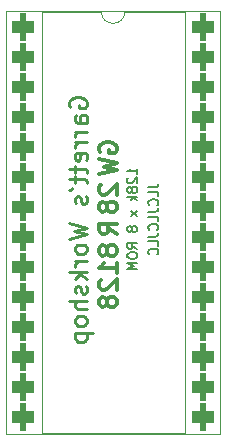
<source format=gbo>
G04 #@! TF.GenerationSoftware,KiCad,Pcbnew,7.0.1-0*
G04 #@! TF.CreationDate,2023-12-28T18:54:55-05:00*
G04 #@! TF.ProjectId,GW28R8128,47573238-5238-4313-9238-2e6b69636164,rev?*
G04 #@! TF.SameCoordinates,Original*
G04 #@! TF.FileFunction,Legend,Bot*
G04 #@! TF.FilePolarity,Positive*
%FSLAX46Y46*%
G04 Gerber Fmt 4.6, Leading zero omitted, Abs format (unit mm)*
G04 Created by KiCad (PCBNEW 7.0.1-0) date 2023-12-28 18:54:55*
%MOMM*%
%LPD*%
G01*
G04 APERTURE LIST*
G04 Aperture macros list*
%AMRoundRect*
0 Rectangle with rounded corners*
0 $1 Rounding radius*
0 $2 $3 $4 $5 $6 $7 $8 $9 X,Y pos of 4 corners*
0 Add a 4 corners polygon primitive as box body*
4,1,4,$2,$3,$4,$5,$6,$7,$8,$9,$2,$3,0*
0 Add four circle primitives for the rounded corners*
1,1,$1+$1,$2,$3*
1,1,$1+$1,$4,$5*
1,1,$1+$1,$6,$7*
1,1,$1+$1,$8,$9*
0 Add four rect primitives between the rounded corners*
20,1,$1+$1,$2,$3,$4,$5,0*
20,1,$1+$1,$4,$5,$6,$7,0*
20,1,$1+$1,$6,$7,$8,$9,0*
20,1,$1+$1,$8,$9,$2,$3,0*%
G04 Aperture macros list end*
%ADD10C,0.225000*%
%ADD11C,0.300000*%
%ADD12C,0.203200*%
%ADD13C,0.120000*%
%ADD14RoundRect,0.645000X-0.255000X-0.545000X0.255000X-0.545000X0.255000X0.545000X-0.255000X0.545000X0*%
G04 APERTURE END LIST*
D10*
X44604357Y-27076000D02*
X44532928Y-26933143D01*
X44532928Y-26933143D02*
X44532928Y-26718857D01*
X44532928Y-26718857D02*
X44604357Y-26504571D01*
X44604357Y-26504571D02*
X44747214Y-26361714D01*
X44747214Y-26361714D02*
X44890071Y-26290285D01*
X44890071Y-26290285D02*
X45175785Y-26218857D01*
X45175785Y-26218857D02*
X45390071Y-26218857D01*
X45390071Y-26218857D02*
X45675785Y-26290285D01*
X45675785Y-26290285D02*
X45818642Y-26361714D01*
X45818642Y-26361714D02*
X45961500Y-26504571D01*
X45961500Y-26504571D02*
X46032928Y-26718857D01*
X46032928Y-26718857D02*
X46032928Y-26861714D01*
X46032928Y-26861714D02*
X45961500Y-27076000D01*
X45961500Y-27076000D02*
X45890071Y-27147428D01*
X45890071Y-27147428D02*
X45390071Y-27147428D01*
X45390071Y-27147428D02*
X45390071Y-26861714D01*
X46032928Y-28433143D02*
X45247214Y-28433143D01*
X45247214Y-28433143D02*
X45104357Y-28361714D01*
X45104357Y-28361714D02*
X45032928Y-28218857D01*
X45032928Y-28218857D02*
X45032928Y-27933143D01*
X45032928Y-27933143D02*
X45104357Y-27790285D01*
X45961500Y-28433143D02*
X46032928Y-28290285D01*
X46032928Y-28290285D02*
X46032928Y-27933143D01*
X46032928Y-27933143D02*
X45961500Y-27790285D01*
X45961500Y-27790285D02*
X45818642Y-27718857D01*
X45818642Y-27718857D02*
X45675785Y-27718857D01*
X45675785Y-27718857D02*
X45532928Y-27790285D01*
X45532928Y-27790285D02*
X45461500Y-27933143D01*
X45461500Y-27933143D02*
X45461500Y-28290285D01*
X45461500Y-28290285D02*
X45390071Y-28433143D01*
X46032928Y-29147428D02*
X45032928Y-29147428D01*
X45318642Y-29147428D02*
X45175785Y-29218857D01*
X45175785Y-29218857D02*
X45104357Y-29290286D01*
X45104357Y-29290286D02*
X45032928Y-29433143D01*
X45032928Y-29433143D02*
X45032928Y-29576000D01*
X46032928Y-30075999D02*
X45032928Y-30075999D01*
X45318642Y-30075999D02*
X45175785Y-30147428D01*
X45175785Y-30147428D02*
X45104357Y-30218857D01*
X45104357Y-30218857D02*
X45032928Y-30361714D01*
X45032928Y-30361714D02*
X45032928Y-30504571D01*
X45961500Y-31575999D02*
X46032928Y-31433142D01*
X46032928Y-31433142D02*
X46032928Y-31147428D01*
X46032928Y-31147428D02*
X45961500Y-31004570D01*
X45961500Y-31004570D02*
X45818642Y-30933142D01*
X45818642Y-30933142D02*
X45247214Y-30933142D01*
X45247214Y-30933142D02*
X45104357Y-31004570D01*
X45104357Y-31004570D02*
X45032928Y-31147428D01*
X45032928Y-31147428D02*
X45032928Y-31433142D01*
X45032928Y-31433142D02*
X45104357Y-31575999D01*
X45104357Y-31575999D02*
X45247214Y-31647428D01*
X45247214Y-31647428D02*
X45390071Y-31647428D01*
X45390071Y-31647428D02*
X45532928Y-30933142D01*
X45032928Y-32075999D02*
X45032928Y-32647427D01*
X44532928Y-32290284D02*
X45818642Y-32290284D01*
X45818642Y-32290284D02*
X45961500Y-32361713D01*
X45961500Y-32361713D02*
X46032928Y-32504570D01*
X46032928Y-32504570D02*
X46032928Y-32647427D01*
X45032928Y-32933142D02*
X45032928Y-33504570D01*
X44532928Y-33147427D02*
X45818642Y-33147427D01*
X45818642Y-33147427D02*
X45961500Y-33218856D01*
X45961500Y-33218856D02*
X46032928Y-33361713D01*
X46032928Y-33361713D02*
X46032928Y-33504570D01*
X44532928Y-34075999D02*
X44604357Y-34075999D01*
X44604357Y-34075999D02*
X44747214Y-34004570D01*
X44747214Y-34004570D02*
X44818642Y-33933142D01*
X45961500Y-34647428D02*
X46032928Y-34790285D01*
X46032928Y-34790285D02*
X46032928Y-35075999D01*
X46032928Y-35075999D02*
X45961500Y-35218856D01*
X45961500Y-35218856D02*
X45818642Y-35290285D01*
X45818642Y-35290285D02*
X45747214Y-35290285D01*
X45747214Y-35290285D02*
X45604357Y-35218856D01*
X45604357Y-35218856D02*
X45532928Y-35075999D01*
X45532928Y-35075999D02*
X45532928Y-34861714D01*
X45532928Y-34861714D02*
X45461500Y-34718856D01*
X45461500Y-34718856D02*
X45318642Y-34647428D01*
X45318642Y-34647428D02*
X45247214Y-34647428D01*
X45247214Y-34647428D02*
X45104357Y-34718856D01*
X45104357Y-34718856D02*
X45032928Y-34861714D01*
X45032928Y-34861714D02*
X45032928Y-35075999D01*
X45032928Y-35075999D02*
X45104357Y-35218856D01*
X44532928Y-36933142D02*
X46032928Y-37290285D01*
X46032928Y-37290285D02*
X44961500Y-37575999D01*
X44961500Y-37575999D02*
X46032928Y-37861714D01*
X46032928Y-37861714D02*
X44532928Y-38218857D01*
X46032928Y-39004571D02*
X45961500Y-38861714D01*
X45961500Y-38861714D02*
X45890071Y-38790285D01*
X45890071Y-38790285D02*
X45747214Y-38718857D01*
X45747214Y-38718857D02*
X45318642Y-38718857D01*
X45318642Y-38718857D02*
X45175785Y-38790285D01*
X45175785Y-38790285D02*
X45104357Y-38861714D01*
X45104357Y-38861714D02*
X45032928Y-39004571D01*
X45032928Y-39004571D02*
X45032928Y-39218857D01*
X45032928Y-39218857D02*
X45104357Y-39361714D01*
X45104357Y-39361714D02*
X45175785Y-39433143D01*
X45175785Y-39433143D02*
X45318642Y-39504571D01*
X45318642Y-39504571D02*
X45747214Y-39504571D01*
X45747214Y-39504571D02*
X45890071Y-39433143D01*
X45890071Y-39433143D02*
X45961500Y-39361714D01*
X45961500Y-39361714D02*
X46032928Y-39218857D01*
X46032928Y-39218857D02*
X46032928Y-39004571D01*
X46032928Y-40147428D02*
X45032928Y-40147428D01*
X45318642Y-40147428D02*
X45175785Y-40218857D01*
X45175785Y-40218857D02*
X45104357Y-40290286D01*
X45104357Y-40290286D02*
X45032928Y-40433143D01*
X45032928Y-40433143D02*
X45032928Y-40576000D01*
X46032928Y-41075999D02*
X44532928Y-41075999D01*
X45461500Y-41218857D02*
X46032928Y-41647428D01*
X45032928Y-41647428D02*
X45604357Y-41075999D01*
X45961500Y-42218857D02*
X46032928Y-42361714D01*
X46032928Y-42361714D02*
X46032928Y-42647428D01*
X46032928Y-42647428D02*
X45961500Y-42790285D01*
X45961500Y-42790285D02*
X45818642Y-42861714D01*
X45818642Y-42861714D02*
X45747214Y-42861714D01*
X45747214Y-42861714D02*
X45604357Y-42790285D01*
X45604357Y-42790285D02*
X45532928Y-42647428D01*
X45532928Y-42647428D02*
X45532928Y-42433143D01*
X45532928Y-42433143D02*
X45461500Y-42290285D01*
X45461500Y-42290285D02*
X45318642Y-42218857D01*
X45318642Y-42218857D02*
X45247214Y-42218857D01*
X45247214Y-42218857D02*
X45104357Y-42290285D01*
X45104357Y-42290285D02*
X45032928Y-42433143D01*
X45032928Y-42433143D02*
X45032928Y-42647428D01*
X45032928Y-42647428D02*
X45104357Y-42790285D01*
X46032928Y-43504571D02*
X44532928Y-43504571D01*
X46032928Y-44147429D02*
X45247214Y-44147429D01*
X45247214Y-44147429D02*
X45104357Y-44076000D01*
X45104357Y-44076000D02*
X45032928Y-43933143D01*
X45032928Y-43933143D02*
X45032928Y-43718857D01*
X45032928Y-43718857D02*
X45104357Y-43576000D01*
X45104357Y-43576000D02*
X45175785Y-43504571D01*
X46032928Y-45076000D02*
X45961500Y-44933143D01*
X45961500Y-44933143D02*
X45890071Y-44861714D01*
X45890071Y-44861714D02*
X45747214Y-44790286D01*
X45747214Y-44790286D02*
X45318642Y-44790286D01*
X45318642Y-44790286D02*
X45175785Y-44861714D01*
X45175785Y-44861714D02*
X45104357Y-44933143D01*
X45104357Y-44933143D02*
X45032928Y-45076000D01*
X45032928Y-45076000D02*
X45032928Y-45290286D01*
X45032928Y-45290286D02*
X45104357Y-45433143D01*
X45104357Y-45433143D02*
X45175785Y-45504572D01*
X45175785Y-45504572D02*
X45318642Y-45576000D01*
X45318642Y-45576000D02*
X45747214Y-45576000D01*
X45747214Y-45576000D02*
X45890071Y-45504572D01*
X45890071Y-45504572D02*
X45961500Y-45433143D01*
X45961500Y-45433143D02*
X46032928Y-45290286D01*
X46032928Y-45290286D02*
X46032928Y-45076000D01*
X45032928Y-46218857D02*
X46532928Y-46218857D01*
X45104357Y-46218857D02*
X45032928Y-46361715D01*
X45032928Y-46361715D02*
X45032928Y-46647429D01*
X45032928Y-46647429D02*
X45104357Y-46790286D01*
X45104357Y-46790286D02*
X45175785Y-46861715D01*
X45175785Y-46861715D02*
X45318642Y-46933143D01*
X45318642Y-46933143D02*
X45747214Y-46933143D01*
X45747214Y-46933143D02*
X45890071Y-46861715D01*
X45890071Y-46861715D02*
X45961500Y-46790286D01*
X45961500Y-46790286D02*
X46032928Y-46647429D01*
X46032928Y-46647429D02*
X46032928Y-46361715D01*
X46032928Y-46361715D02*
X45961500Y-46218857D01*
D11*
X47132602Y-30897285D02*
X47060031Y-30752143D01*
X47060031Y-30752143D02*
X47060031Y-30534428D01*
X47060031Y-30534428D02*
X47132602Y-30316714D01*
X47132602Y-30316714D02*
X47277745Y-30171571D01*
X47277745Y-30171571D02*
X47422888Y-30099000D01*
X47422888Y-30099000D02*
X47713174Y-30026428D01*
X47713174Y-30026428D02*
X47930888Y-30026428D01*
X47930888Y-30026428D02*
X48221174Y-30099000D01*
X48221174Y-30099000D02*
X48366317Y-30171571D01*
X48366317Y-30171571D02*
X48511460Y-30316714D01*
X48511460Y-30316714D02*
X48584031Y-30534428D01*
X48584031Y-30534428D02*
X48584031Y-30679571D01*
X48584031Y-30679571D02*
X48511460Y-30897285D01*
X48511460Y-30897285D02*
X48438888Y-30969857D01*
X48438888Y-30969857D02*
X47930888Y-30969857D01*
X47930888Y-30969857D02*
X47930888Y-30679571D01*
X47060031Y-31477857D02*
X48584031Y-31840714D01*
X48584031Y-31840714D02*
X47495460Y-32131000D01*
X47495460Y-32131000D02*
X48584031Y-32421285D01*
X48584031Y-32421285D02*
X47060031Y-32784143D01*
X47205174Y-33636856D02*
X47132602Y-33709428D01*
X47132602Y-33709428D02*
X47060031Y-33854571D01*
X47060031Y-33854571D02*
X47060031Y-34217428D01*
X47060031Y-34217428D02*
X47132602Y-34362571D01*
X47132602Y-34362571D02*
X47205174Y-34435142D01*
X47205174Y-34435142D02*
X47350317Y-34507713D01*
X47350317Y-34507713D02*
X47495460Y-34507713D01*
X47495460Y-34507713D02*
X47713174Y-34435142D01*
X47713174Y-34435142D02*
X48584031Y-33564285D01*
X48584031Y-33564285D02*
X48584031Y-34507713D01*
X47713174Y-35378571D02*
X47640602Y-35233428D01*
X47640602Y-35233428D02*
X47568031Y-35160857D01*
X47568031Y-35160857D02*
X47422888Y-35088285D01*
X47422888Y-35088285D02*
X47350317Y-35088285D01*
X47350317Y-35088285D02*
X47205174Y-35160857D01*
X47205174Y-35160857D02*
X47132602Y-35233428D01*
X47132602Y-35233428D02*
X47060031Y-35378571D01*
X47060031Y-35378571D02*
X47060031Y-35668857D01*
X47060031Y-35668857D02*
X47132602Y-35814000D01*
X47132602Y-35814000D02*
X47205174Y-35886571D01*
X47205174Y-35886571D02*
X47350317Y-35959142D01*
X47350317Y-35959142D02*
X47422888Y-35959142D01*
X47422888Y-35959142D02*
X47568031Y-35886571D01*
X47568031Y-35886571D02*
X47640602Y-35814000D01*
X47640602Y-35814000D02*
X47713174Y-35668857D01*
X47713174Y-35668857D02*
X47713174Y-35378571D01*
X47713174Y-35378571D02*
X47785745Y-35233428D01*
X47785745Y-35233428D02*
X47858317Y-35160857D01*
X47858317Y-35160857D02*
X48003460Y-35088285D01*
X48003460Y-35088285D02*
X48293745Y-35088285D01*
X48293745Y-35088285D02*
X48438888Y-35160857D01*
X48438888Y-35160857D02*
X48511460Y-35233428D01*
X48511460Y-35233428D02*
X48584031Y-35378571D01*
X48584031Y-35378571D02*
X48584031Y-35668857D01*
X48584031Y-35668857D02*
X48511460Y-35814000D01*
X48511460Y-35814000D02*
X48438888Y-35886571D01*
X48438888Y-35886571D02*
X48293745Y-35959142D01*
X48293745Y-35959142D02*
X48003460Y-35959142D01*
X48003460Y-35959142D02*
X47858317Y-35886571D01*
X47858317Y-35886571D02*
X47785745Y-35814000D01*
X47785745Y-35814000D02*
X47713174Y-35668857D01*
X48584031Y-37809714D02*
X47858317Y-37301714D01*
X48584031Y-36938857D02*
X47060031Y-36938857D01*
X47060031Y-36938857D02*
X47060031Y-37519428D01*
X47060031Y-37519428D02*
X47132602Y-37664571D01*
X47132602Y-37664571D02*
X47205174Y-37737142D01*
X47205174Y-37737142D02*
X47350317Y-37809714D01*
X47350317Y-37809714D02*
X47568031Y-37809714D01*
X47568031Y-37809714D02*
X47713174Y-37737142D01*
X47713174Y-37737142D02*
X47785745Y-37664571D01*
X47785745Y-37664571D02*
X47858317Y-37519428D01*
X47858317Y-37519428D02*
X47858317Y-36938857D01*
X47713174Y-39079713D02*
X47640602Y-38934570D01*
X47640602Y-38934570D02*
X47568031Y-38861999D01*
X47568031Y-38861999D02*
X47422888Y-38789427D01*
X47422888Y-38789427D02*
X47350317Y-38789427D01*
X47350317Y-38789427D02*
X47205174Y-38861999D01*
X47205174Y-38861999D02*
X47132602Y-38934570D01*
X47132602Y-38934570D02*
X47060031Y-39079713D01*
X47060031Y-39079713D02*
X47060031Y-39369999D01*
X47060031Y-39369999D02*
X47132602Y-39515142D01*
X47132602Y-39515142D02*
X47205174Y-39587713D01*
X47205174Y-39587713D02*
X47350317Y-39660284D01*
X47350317Y-39660284D02*
X47422888Y-39660284D01*
X47422888Y-39660284D02*
X47568031Y-39587713D01*
X47568031Y-39587713D02*
X47640602Y-39515142D01*
X47640602Y-39515142D02*
X47713174Y-39369999D01*
X47713174Y-39369999D02*
X47713174Y-39079713D01*
X47713174Y-39079713D02*
X47785745Y-38934570D01*
X47785745Y-38934570D02*
X47858317Y-38861999D01*
X47858317Y-38861999D02*
X48003460Y-38789427D01*
X48003460Y-38789427D02*
X48293745Y-38789427D01*
X48293745Y-38789427D02*
X48438888Y-38861999D01*
X48438888Y-38861999D02*
X48511460Y-38934570D01*
X48511460Y-38934570D02*
X48584031Y-39079713D01*
X48584031Y-39079713D02*
X48584031Y-39369999D01*
X48584031Y-39369999D02*
X48511460Y-39515142D01*
X48511460Y-39515142D02*
X48438888Y-39587713D01*
X48438888Y-39587713D02*
X48293745Y-39660284D01*
X48293745Y-39660284D02*
X48003460Y-39660284D01*
X48003460Y-39660284D02*
X47858317Y-39587713D01*
X47858317Y-39587713D02*
X47785745Y-39515142D01*
X47785745Y-39515142D02*
X47713174Y-39369999D01*
X48584031Y-41111713D02*
X48584031Y-40240856D01*
X48584031Y-40676285D02*
X47060031Y-40676285D01*
X47060031Y-40676285D02*
X47277745Y-40531142D01*
X47277745Y-40531142D02*
X47422888Y-40385999D01*
X47422888Y-40385999D02*
X47495460Y-40240856D01*
X47205174Y-41692285D02*
X47132602Y-41764857D01*
X47132602Y-41764857D02*
X47060031Y-41910000D01*
X47060031Y-41910000D02*
X47060031Y-42272857D01*
X47060031Y-42272857D02*
X47132602Y-42418000D01*
X47132602Y-42418000D02*
X47205174Y-42490571D01*
X47205174Y-42490571D02*
X47350317Y-42563142D01*
X47350317Y-42563142D02*
X47495460Y-42563142D01*
X47495460Y-42563142D02*
X47713174Y-42490571D01*
X47713174Y-42490571D02*
X48584031Y-41619714D01*
X48584031Y-41619714D02*
X48584031Y-42563142D01*
X47713174Y-43434000D02*
X47640602Y-43288857D01*
X47640602Y-43288857D02*
X47568031Y-43216286D01*
X47568031Y-43216286D02*
X47422888Y-43143714D01*
X47422888Y-43143714D02*
X47350317Y-43143714D01*
X47350317Y-43143714D02*
X47205174Y-43216286D01*
X47205174Y-43216286D02*
X47132602Y-43288857D01*
X47132602Y-43288857D02*
X47060031Y-43434000D01*
X47060031Y-43434000D02*
X47060031Y-43724286D01*
X47060031Y-43724286D02*
X47132602Y-43869429D01*
X47132602Y-43869429D02*
X47205174Y-43942000D01*
X47205174Y-43942000D02*
X47350317Y-44014571D01*
X47350317Y-44014571D02*
X47422888Y-44014571D01*
X47422888Y-44014571D02*
X47568031Y-43942000D01*
X47568031Y-43942000D02*
X47640602Y-43869429D01*
X47640602Y-43869429D02*
X47713174Y-43724286D01*
X47713174Y-43724286D02*
X47713174Y-43434000D01*
X47713174Y-43434000D02*
X47785745Y-43288857D01*
X47785745Y-43288857D02*
X47858317Y-43216286D01*
X47858317Y-43216286D02*
X48003460Y-43143714D01*
X48003460Y-43143714D02*
X48293745Y-43143714D01*
X48293745Y-43143714D02*
X48438888Y-43216286D01*
X48438888Y-43216286D02*
X48511460Y-43288857D01*
X48511460Y-43288857D02*
X48584031Y-43434000D01*
X48584031Y-43434000D02*
X48584031Y-43724286D01*
X48584031Y-43724286D02*
X48511460Y-43869429D01*
X48511460Y-43869429D02*
X48438888Y-43942000D01*
X48438888Y-43942000D02*
X48293745Y-44014571D01*
X48293745Y-44014571D02*
X48003460Y-44014571D01*
X48003460Y-44014571D02*
X47858317Y-43942000D01*
X47858317Y-43942000D02*
X47785745Y-43869429D01*
X47785745Y-43869429D02*
X47713174Y-43724286D01*
D12*
X50287016Y-32763582D02*
X50287016Y-32299125D01*
X50287016Y-32531353D02*
X49474216Y-32531353D01*
X49474216Y-32531353D02*
X49590331Y-32453944D01*
X49590331Y-32453944D02*
X49667740Y-32376534D01*
X49667740Y-32376534D02*
X49706445Y-32299125D01*
X49551626Y-33073220D02*
X49512921Y-33111924D01*
X49512921Y-33111924D02*
X49474216Y-33189334D01*
X49474216Y-33189334D02*
X49474216Y-33382858D01*
X49474216Y-33382858D02*
X49512921Y-33460267D01*
X49512921Y-33460267D02*
X49551626Y-33498972D01*
X49551626Y-33498972D02*
X49629035Y-33537677D01*
X49629035Y-33537677D02*
X49706445Y-33537677D01*
X49706445Y-33537677D02*
X49822559Y-33498972D01*
X49822559Y-33498972D02*
X50287016Y-33034515D01*
X50287016Y-33034515D02*
X50287016Y-33537677D01*
X49822559Y-34002134D02*
X49783854Y-33924724D01*
X49783854Y-33924724D02*
X49745150Y-33886019D01*
X49745150Y-33886019D02*
X49667740Y-33847315D01*
X49667740Y-33847315D02*
X49629035Y-33847315D01*
X49629035Y-33847315D02*
X49551626Y-33886019D01*
X49551626Y-33886019D02*
X49512921Y-33924724D01*
X49512921Y-33924724D02*
X49474216Y-34002134D01*
X49474216Y-34002134D02*
X49474216Y-34156953D01*
X49474216Y-34156953D02*
X49512921Y-34234362D01*
X49512921Y-34234362D02*
X49551626Y-34273067D01*
X49551626Y-34273067D02*
X49629035Y-34311772D01*
X49629035Y-34311772D02*
X49667740Y-34311772D01*
X49667740Y-34311772D02*
X49745150Y-34273067D01*
X49745150Y-34273067D02*
X49783854Y-34234362D01*
X49783854Y-34234362D02*
X49822559Y-34156953D01*
X49822559Y-34156953D02*
X49822559Y-34002134D01*
X49822559Y-34002134D02*
X49861264Y-33924724D01*
X49861264Y-33924724D02*
X49899969Y-33886019D01*
X49899969Y-33886019D02*
X49977378Y-33847315D01*
X49977378Y-33847315D02*
X50132197Y-33847315D01*
X50132197Y-33847315D02*
X50209607Y-33886019D01*
X50209607Y-33886019D02*
X50248312Y-33924724D01*
X50248312Y-33924724D02*
X50287016Y-34002134D01*
X50287016Y-34002134D02*
X50287016Y-34156953D01*
X50287016Y-34156953D02*
X50248312Y-34234362D01*
X50248312Y-34234362D02*
X50209607Y-34273067D01*
X50209607Y-34273067D02*
X50132197Y-34311772D01*
X50132197Y-34311772D02*
X49977378Y-34311772D01*
X49977378Y-34311772D02*
X49899969Y-34273067D01*
X49899969Y-34273067D02*
X49861264Y-34234362D01*
X49861264Y-34234362D02*
X49822559Y-34156953D01*
X50287016Y-34660114D02*
X49474216Y-34660114D01*
X49977378Y-34737524D02*
X50287016Y-34969752D01*
X49745150Y-34969752D02*
X50054788Y-34660114D01*
X50287016Y-35859962D02*
X49745150Y-36285714D01*
X49745150Y-35859962D02*
X50287016Y-36285714D01*
X49822559Y-37330743D02*
X49783854Y-37253333D01*
X49783854Y-37253333D02*
X49745150Y-37214628D01*
X49745150Y-37214628D02*
X49667740Y-37175924D01*
X49667740Y-37175924D02*
X49629035Y-37175924D01*
X49629035Y-37175924D02*
X49551626Y-37214628D01*
X49551626Y-37214628D02*
X49512921Y-37253333D01*
X49512921Y-37253333D02*
X49474216Y-37330743D01*
X49474216Y-37330743D02*
X49474216Y-37485562D01*
X49474216Y-37485562D02*
X49512921Y-37562971D01*
X49512921Y-37562971D02*
X49551626Y-37601676D01*
X49551626Y-37601676D02*
X49629035Y-37640381D01*
X49629035Y-37640381D02*
X49667740Y-37640381D01*
X49667740Y-37640381D02*
X49745150Y-37601676D01*
X49745150Y-37601676D02*
X49783854Y-37562971D01*
X49783854Y-37562971D02*
X49822559Y-37485562D01*
X49822559Y-37485562D02*
X49822559Y-37330743D01*
X49822559Y-37330743D02*
X49861264Y-37253333D01*
X49861264Y-37253333D02*
X49899969Y-37214628D01*
X49899969Y-37214628D02*
X49977378Y-37175924D01*
X49977378Y-37175924D02*
X50132197Y-37175924D01*
X50132197Y-37175924D02*
X50209607Y-37214628D01*
X50209607Y-37214628D02*
X50248312Y-37253333D01*
X50248312Y-37253333D02*
X50287016Y-37330743D01*
X50287016Y-37330743D02*
X50287016Y-37485562D01*
X50287016Y-37485562D02*
X50248312Y-37562971D01*
X50248312Y-37562971D02*
X50209607Y-37601676D01*
X50209607Y-37601676D02*
X50132197Y-37640381D01*
X50132197Y-37640381D02*
X49977378Y-37640381D01*
X49977378Y-37640381D02*
X49899969Y-37601676D01*
X49899969Y-37601676D02*
X49861264Y-37562971D01*
X49861264Y-37562971D02*
X49822559Y-37485562D01*
X50287016Y-39072456D02*
X49899969Y-38801523D01*
X50287016Y-38607999D02*
X49474216Y-38607999D01*
X49474216Y-38607999D02*
X49474216Y-38917637D01*
X49474216Y-38917637D02*
X49512921Y-38995047D01*
X49512921Y-38995047D02*
X49551626Y-39033752D01*
X49551626Y-39033752D02*
X49629035Y-39072456D01*
X49629035Y-39072456D02*
X49745150Y-39072456D01*
X49745150Y-39072456D02*
X49822559Y-39033752D01*
X49822559Y-39033752D02*
X49861264Y-38995047D01*
X49861264Y-38995047D02*
X49899969Y-38917637D01*
X49899969Y-38917637D02*
X49899969Y-38607999D01*
X49474216Y-39575618D02*
X49474216Y-39730437D01*
X49474216Y-39730437D02*
X49512921Y-39807847D01*
X49512921Y-39807847D02*
X49590331Y-39885256D01*
X49590331Y-39885256D02*
X49745150Y-39923961D01*
X49745150Y-39923961D02*
X50016083Y-39923961D01*
X50016083Y-39923961D02*
X50170902Y-39885256D01*
X50170902Y-39885256D02*
X50248312Y-39807847D01*
X50248312Y-39807847D02*
X50287016Y-39730437D01*
X50287016Y-39730437D02*
X50287016Y-39575618D01*
X50287016Y-39575618D02*
X50248312Y-39498209D01*
X50248312Y-39498209D02*
X50170902Y-39420799D01*
X50170902Y-39420799D02*
X50016083Y-39382095D01*
X50016083Y-39382095D02*
X49745150Y-39382095D01*
X49745150Y-39382095D02*
X49590331Y-39420799D01*
X49590331Y-39420799D02*
X49512921Y-39498209D01*
X49512921Y-39498209D02*
X49474216Y-39575618D01*
X50287016Y-40272304D02*
X49474216Y-40272304D01*
X49474216Y-40272304D02*
X50054788Y-40543238D01*
X50054788Y-40543238D02*
X49474216Y-40814171D01*
X49474216Y-40814171D02*
X50287016Y-40814171D01*
X51252216Y-33866667D02*
X51832788Y-33866667D01*
X51832788Y-33866667D02*
X51948902Y-33827962D01*
X51948902Y-33827962D02*
X52026312Y-33750553D01*
X52026312Y-33750553D02*
X52065016Y-33634438D01*
X52065016Y-33634438D02*
X52065016Y-33557029D01*
X52065016Y-34640762D02*
X52065016Y-34253714D01*
X52065016Y-34253714D02*
X51252216Y-34253714D01*
X51987607Y-35376152D02*
X52026312Y-35337448D01*
X52026312Y-35337448D02*
X52065016Y-35221333D01*
X52065016Y-35221333D02*
X52065016Y-35143924D01*
X52065016Y-35143924D02*
X52026312Y-35027810D01*
X52026312Y-35027810D02*
X51948902Y-34950400D01*
X51948902Y-34950400D02*
X51871492Y-34911695D01*
X51871492Y-34911695D02*
X51716673Y-34872991D01*
X51716673Y-34872991D02*
X51600559Y-34872991D01*
X51600559Y-34872991D02*
X51445740Y-34911695D01*
X51445740Y-34911695D02*
X51368331Y-34950400D01*
X51368331Y-34950400D02*
X51290921Y-35027810D01*
X51290921Y-35027810D02*
X51252216Y-35143924D01*
X51252216Y-35143924D02*
X51252216Y-35221333D01*
X51252216Y-35221333D02*
X51290921Y-35337448D01*
X51290921Y-35337448D02*
X51329626Y-35376152D01*
X51252216Y-35956724D02*
X51832788Y-35956724D01*
X51832788Y-35956724D02*
X51948902Y-35918019D01*
X51948902Y-35918019D02*
X52026312Y-35840610D01*
X52026312Y-35840610D02*
X52065016Y-35724495D01*
X52065016Y-35724495D02*
X52065016Y-35647086D01*
X52065016Y-36730819D02*
X52065016Y-36343771D01*
X52065016Y-36343771D02*
X51252216Y-36343771D01*
X51987607Y-37466209D02*
X52026312Y-37427505D01*
X52026312Y-37427505D02*
X52065016Y-37311390D01*
X52065016Y-37311390D02*
X52065016Y-37233981D01*
X52065016Y-37233981D02*
X52026312Y-37117867D01*
X52026312Y-37117867D02*
X51948902Y-37040457D01*
X51948902Y-37040457D02*
X51871492Y-37001752D01*
X51871492Y-37001752D02*
X51716673Y-36963048D01*
X51716673Y-36963048D02*
X51600559Y-36963048D01*
X51600559Y-36963048D02*
X51445740Y-37001752D01*
X51445740Y-37001752D02*
X51368331Y-37040457D01*
X51368331Y-37040457D02*
X51290921Y-37117867D01*
X51290921Y-37117867D02*
X51252216Y-37233981D01*
X51252216Y-37233981D02*
X51252216Y-37311390D01*
X51252216Y-37311390D02*
X51290921Y-37427505D01*
X51290921Y-37427505D02*
X51329626Y-37466209D01*
X51252216Y-38046781D02*
X51832788Y-38046781D01*
X51832788Y-38046781D02*
X51948902Y-38008076D01*
X51948902Y-38008076D02*
X52026312Y-37930667D01*
X52026312Y-37930667D02*
X52065016Y-37814552D01*
X52065016Y-37814552D02*
X52065016Y-37737143D01*
X52065016Y-38820876D02*
X52065016Y-38433828D01*
X52065016Y-38433828D02*
X51252216Y-38433828D01*
X51987607Y-39556266D02*
X52026312Y-39517562D01*
X52026312Y-39517562D02*
X52065016Y-39401447D01*
X52065016Y-39401447D02*
X52065016Y-39324038D01*
X52065016Y-39324038D02*
X52026312Y-39207924D01*
X52026312Y-39207924D02*
X51948902Y-39130514D01*
X51948902Y-39130514D02*
X51871492Y-39091809D01*
X51871492Y-39091809D02*
X51716673Y-39053105D01*
X51716673Y-39053105D02*
X51600559Y-39053105D01*
X51600559Y-39053105D02*
X51445740Y-39091809D01*
X51445740Y-39091809D02*
X51368331Y-39130514D01*
X51368331Y-39130514D02*
X51290921Y-39207924D01*
X51290921Y-39207924D02*
X51252216Y-39324038D01*
X51252216Y-39324038D02*
X51252216Y-39401447D01*
X51252216Y-39401447D02*
X51290921Y-39517562D01*
X51290921Y-39517562D02*
X51329626Y-39556266D01*
D13*
X39200000Y-18930000D02*
X39200000Y-54730000D01*
X39200000Y-54730000D02*
X57320000Y-54730000D01*
X42200000Y-18990000D02*
X42200000Y-54670000D01*
X42200000Y-54670000D02*
X54320000Y-54670000D01*
X47260000Y-18990000D02*
X42200000Y-18990000D01*
X54320000Y-18990000D02*
X49260000Y-18990000D01*
X54320000Y-54670000D02*
X54320000Y-18990000D01*
X57320000Y-18930000D02*
X39200000Y-18930000D01*
X57320000Y-54730000D02*
X57320000Y-18930000D01*
X47260000Y-18990000D02*
G75*
G03*
X49260000Y-18990000I1000000J0D01*
G01*
%LPC*%
D14*
X40640000Y-20320000D03*
X40640000Y-22860000D03*
X40640000Y-25400000D03*
X40640000Y-27940000D03*
X40640000Y-30480000D03*
X40640000Y-33020000D03*
X40640000Y-35560000D03*
X40640000Y-38100000D03*
X40640000Y-40640000D03*
X40640000Y-43180000D03*
X40640000Y-45720000D03*
X40640000Y-48260000D03*
X40640000Y-50800000D03*
X40640000Y-53340000D03*
X55880000Y-53340000D03*
X55880000Y-50800000D03*
X55880000Y-48260000D03*
X55880000Y-45720000D03*
X55880000Y-43180000D03*
X55880000Y-40640000D03*
X55880000Y-38100000D03*
X55880000Y-35560000D03*
X55880000Y-33020000D03*
X55880000Y-30480000D03*
X55880000Y-27940000D03*
X55880000Y-25400000D03*
X55880000Y-22860000D03*
X55880000Y-20320000D03*
M02*

</source>
